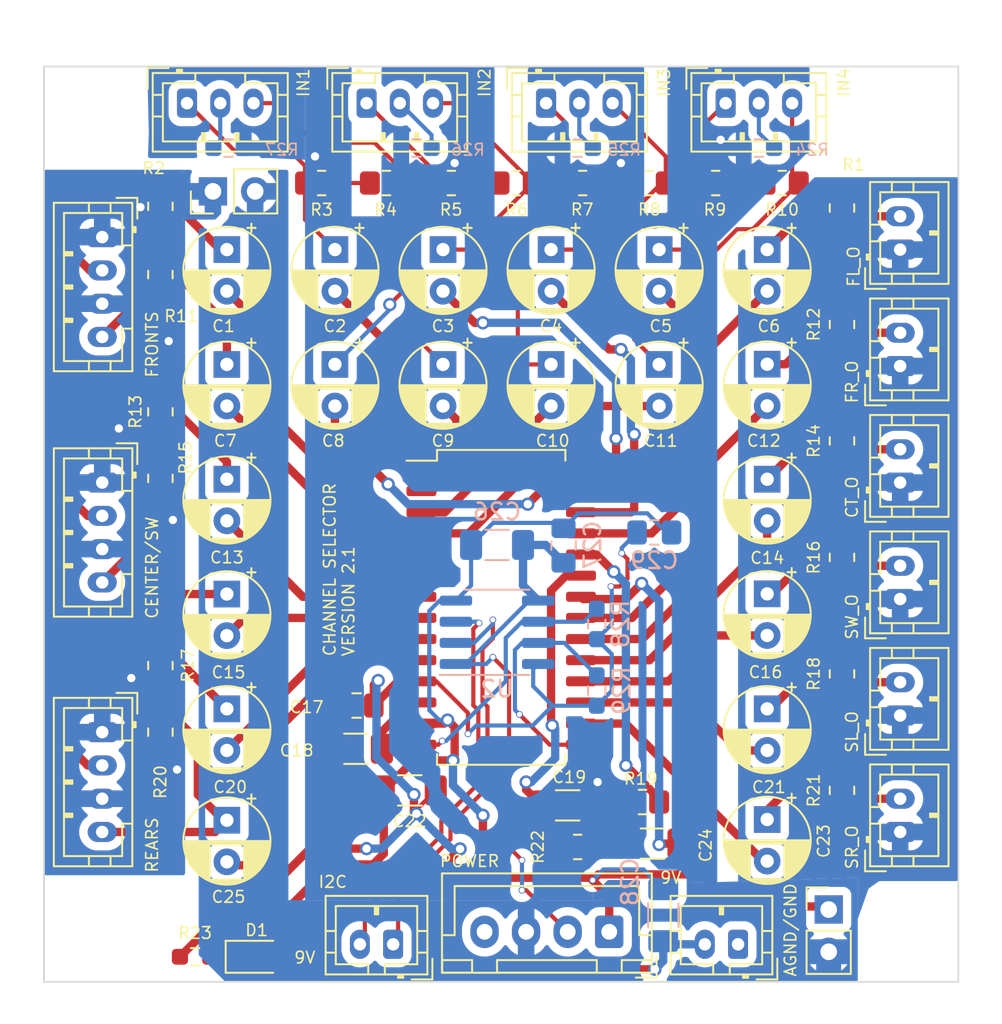
<source format=kicad_pcb>
(kicad_pcb (version 20221018) (generator pcbnew)
  (layers (0 "F.Cu" signal) (31 "B.Cu" signal) (34 "B.Paste" user) (35 "F.Paste" user) (36 "B.SilkS" user "B.Silkscreen") (37 "F.SilkS" user "F.Silkscreen") (38 "B.Mask" user) (39 "F.Mask" user) (44 "Edge.Cuts" user))
  (net 0 "")
  (net 1 "SCL")
  (net 2 "SDA")
  (net 3 "GND")
  (net 4 "FLI")
  (net 5 "FRI")
  (net 6 "CTI")
  (net 7 "SUBI")
  (net 8 "SLI")
  (net 9 "SRI")
  (net 10 "FLO")
  (net 11 "FRO")
  (net 12 "SUBO")
  (net 13 "SLO")
  (net 14 "SRO")
  (net 15 "CTO")
  (net 16 "L1")
  (net 17 "R1")
  (net 18 "L2")
  (net 19 "R2")
  (net 20 "L3")
  (net 21 "R3")
  (net 22 "L4")
  (net 23 "R4")
  (net 24 "Net-(J1-Pin_1)")
  (net 25 "Net-(J2-Pin_1)")
  (net 26 "Net-(U1-VREF)")
  (net 27 "Net-(J11-Pin_2)")
  (net 28 "LPFIN")
  (net 29 "LPFOUT")
  (net 30 "MIX")
  (net 31 "Net-(J13-Pin_2)")
  (net 32 "Net-(J15-Pin_2)")
  (net 33 "Net-(D1-A)")
  (net 34 "5V")
  (net 35 "AGND")
  (net 36 "Net-(J1-Pin_3)")
  (net 37 "Net-(J2-Pin_3)")
  (net 38 "Net-(J3-Pin_3)")
  (net 39 "Net-(J3-Pin_1)")
  (net 40 "Net-(J1-Pin_2)")
  (net 41 "Net-(J2-Pin_2)")
  (net 42 "Net-(J3-Pin_2)")
  (net 43 "5CHGND")
  (net 44 "Net-(J4-Pin_3)")
  (net 45 "Net-(J4-Pin_1)")
  (net 46 "Net-(J17-Pin_2)")
  (net 47 "Net-(C24-Pad2)")
  (net 48 "Net-(J4-Pin_2)")
  (net 49 "DAC_FL")
  (net 50 "Net-(J9-Pin_2)")
  (net 51 "Net-(J7-Pin_2)")
  (net 52 "DAC_FR")
  (net 53 "3V3")
  (net 54 "DAC_CT")
  (net 55 "DAC_SW")
  (net 56 "DAC_RL")
  (net 57 "DAC_RR")
  (net 58 "SDA_9V")
  (net 59 "SCL_9V")
  (net 60 "9V")
  (footprint "Connector_JST:JST_PH_B2B-PH-K_1x02_P2.00mm_Vertical" (layer "F.Cu") (at 133.5 115.75 180)
    (fp_text reference "J19" hide)
    (fp_text value "Conn_01x02_Male")
  )
  (footprint "Capacitor_THT:CP_Radial_D5.0mm_P2.50mm" (layer "F.Cu") (at 156 74 -90)
    (fp_text reference "C6")
    (fp_text value "10U")
  )
  (footprint "Resistor_SMD:R_0805_2012Metric_Pad1.20x1.40mm_HandSolder" (layer "F.Cu") (at 140.9 70 180)
    (fp_text reference "R6")
    (fp_text value "100K")
  )
  (footprint "MountingHole:MountingHole_3.2mm_M3" (layer "F.Cu") (at 165 115.5)
    (fp_text reference "H4" hide)
    (fp_text value "MountingHole")
  )
  (footprint "Resistor_SMD:R_0805_2012Metric_Pad1.20x1.40mm_HandSolder" (layer "F.Cu") (at 133.1 70 180)
    (fp_text reference "R4")
    (fp_text value "100K")
  )
  (footprint "Resistor_SMD:R_0805_2012Metric_Pad1.20x1.40mm_HandSolder" (layer "F.Cu") (at 152.9 70 180)
    (fp_text reference "R9")
    (fp_text value "100K")
  )
  (footprint "Capacitor_THT:CP_Radial_D5.0mm_P2.50mm" (layer "F.Cu") (at 123.5 101.6 -90)
    (fp_text reference "C20")
    (fp_text value "10U")
  )
  (footprint "Connector_JST:JST_PH_B4B-PH-K_1x04_P2.00mm_Vertical" (layer "F.Cu") (at 116 88 -90)
    (fp_text reference "J10" hide)
    (fp_text value "Conn_01x04_Pin")
  )
  (footprint "Connector_JST:JST_PH_B2B-PH-K_1x02_P2.00mm_Vertical" (layer "F.Cu") (at 164 95 90)
    (fp_text reference "J13" hide)
    (fp_text value "CTO")
  )
  (footprint "Capacitor_THT:CP_Radial_D5.0mm_P2.50mm" (layer "F.Cu") (at 143 74 -90)
    (fp_text reference "C4")
    (fp_text value "10U")
  )
  (footprint "Connector_JST:JST_PH_B2B-PH-K_1x02_P2.00mm_Vertical" (layer "F.Cu") (at 164 81 90)
    (fp_text reference "J9" hide)
    (fp_text value "Conn_01x02_Male")
  )
  (footprint "Connector_JST:JST_PH_B3B-PH-K_1x03_P2.00mm_Vertical" (layer "F.Cu") (at 142.7 65.2)
    (fp_text reference "J3" hide)
    (fp_text value "Conn_01x03_Pin")
  )
  (footprint "Resistor_SMD:R_0805_2012Metric_Pad1.20x1.40mm_HandSolder" (layer "F.Cu") (at 148.9 70 180)
    (fp_text reference "R8")
    (fp_text value "100K")
  )
  (footprint "Capacitor_THT:CP_Radial_D5.0mm_P2.50mm" (layer "F.Cu") (at 130 74 -90)
    (fp_text reference "C2")
    (fp_text value "10U")
  )
  (footprint "Capacitor_SMD:C_1206_3216Metric_Pad1.33x1.80mm_HandSolder" (layer "F.Cu") (at 131.2625 104 180)
    (fp_text reference "C18")
    (fp_text value "10U")
  )
  (footprint "Connector_JST:JST_PH_B2B-PH-K_1x02_P2.00mm_Vertical" (layer "F.Cu") (at 164 88 90)
    (fp_text reference "J11" hide)
    (fp_text value "Conn_01x02_Male")
  )
  (footprint "Resistor_SMD:R_0805_2012Metric_Pad1.20x1.40mm_HandSolder" (layer "F.Cu") (at 148.5 107.2 180)
    (fp_text reference "R19")
    (fp_text value "24K")
  )
  (footprint "Connector_JST:JST_PH_B2B-PH-K_1x02_P2.00mm_Vertical" (layer "F.Cu") (at 164 102 90)
    (fp_text reference "J15" hide)
    (fp_text value "Conn_01x02_Male")
  )
  (footprint "Connector_JST:JST_PH_B3B-PH-K_1x03_P2.00mm_Vertical" (layer "F.Cu") (at 131.9 65.2)
    (fp_text reference "J2" hide)
    (fp_text value "Conn_01x03_Pin")
  )
  (footprint "Connector_JST:JST_PH_B3B-PH-K_1x03_P2.00mm_Vertical" (layer "F.Cu") (at 153.5 65.2)
    (fp_text reference "J4" hide)
    (fp_text value "Conn_01x03_Pin")
  )
  (footprint "Connector_JST:JST_PH_B2B-PH-K_1x02_P2.00mm_Vertical" (layer "F.Cu") (at 164 74 90)
    (fp_text reference "J7" hide)
    (fp_text value "Conn_01x02_Male")
  )
  (footprint "Resistor_SMD:R_0805_2012Metric_Pad1.20x1.40mm_HandSolder" (layer "F.Cu") (at 119.5 75.5 -90)
    (fp_text reference "R11")
    (fp_text value "10K")
  )
  (footprint "Resistor_SMD:R_0805_2012Metric_Pad1.20x1.40mm_HandSolder" (layer "F.Cu") (at 160.5 78.5 -90)
    (fp_text reference "R12")
    (fp_text value "100K")
  )
  (footprint "Resistor_SMD:R_0805_2012Metric_Pad1.20x1.40mm_HandSolder" (layer "F.Cu") (at 160.5 71.5 -90)
    (fp_text reference "R1")
    (fp_text value "100K")
  )
  (footprint "Resistor_SMD:R_0805_2012Metric_Pad1.20x1.40mm_HandSolder" (layer "F.Cu") (at 119.5 87.75 -90)
    (fp_text reference "R15")
    (fp_text value "10K")
  )
  (footprint "Resistor_SMD:R_0805_2012Metric_Pad1.20x1.40mm_HandSolder" (layer "F.Cu") (at 160.5 85.5 -90)
    (fp_text reference "R14")
    (fp_text value "100K")
  )
  (footprint "Capacitor_THT:CP_Radial_D5.0mm_P2.50mm" (layer "F.Cu") (at 136.5 74 -90)
    (fp_text reference "C3")
    (fp_text value "10U")
  )
  (footprint "Capacitor_THT:CP_Radial_D5.0mm_P2.50mm" (layer "F.Cu") (at 143 80.9 -90)
    (fp_text reference "C10")
    (fp_text value "10U")
  )
  (footprint "MountingHole:MountingHole_3.2mm_M3" (layer "F.Cu") (at 115 65.5)
    (fp_text reference "H1" hide)
    (fp_text value "MountingHole")
  )
  (footprint "Package_SO:SOIC-28W_7.5x18.7mm_P1.27mm" (layer "F.Cu") (at 140 95.5)
    (fp_text reference "U1" hide)
    (fp_text value "AX2358")
  )
  (footprint "Capacitor_THT:CP_Radial_D5.0mm_P2.50mm" (layer "F.Cu") (at 123.5 94.7 -90)
    (fp_text reference "C15")
    (fp_text value "10U")
  )
  (footprint "Capacitor_THT:CP_Radial_D5.0mm_P2.50mm" (layer "F.Cu") (at 130 80.9 -90)
    (fp_text reference "C8")
    (fp_text value "10U")
  )
  (footprint "Connector_JST:JST_XH_B4B-XH-A_1x04_P2.50mm_Vertical" (layer "F.Cu") (at 146.5 115 180)
    (fp_text reference "J6" hide)
    (fp_text value "Conn_01x04_Pin")
  )
  (footprint "Capacitor_THT:CP_Radial_D5.0mm_P2.50mm" (layer "F.Cu") (at 156 101.6 -90)
    (fp_text reference "C21")
    (fp_text value "10U")
  )
  (footprint "Connector_JST:JST_PH_B4B-PH-K_1x04_P2.00mm_Vertical" (layer "F.Cu") (at 116 103 -90)
    (fp_text reference "J12" hide)
    (fp_text value "Conn_01x04_Pin")
  )
  (footprint "Connector_PinHeader_2.54mm:PinHeader_1x02_P2.54mm_Vertical" (layer "F.Cu") (at 122.66 70.5 90)
    (fp_text reference "J5" hide)
    (fp_text value "Conn_01x02_Pin")
  )
  (footprint "Capacitor_THT:CP_Radial_D5.0mm_P2.50mm" (layer "F.Cu") (at 156 108.25 -90)
    (fp_text reference "C23")
    (fp_text value "10U")
  )
  (footprint "Resistor_SMD:R_0805_2012Metric_Pad1.20x1.40mm_HandSolder" (layer "F.Cu") (at 119.5 99 -90)
    (fp_text reference "R17")
    (fp_text value "10K")
  )
  (footprint "Resistor_SMD:R_0805_2012Metric_Pad1.20x1.40mm_HandSolder" (layer "F.Cu") (at 144.6 109.9 180)
    (fp_text reference "R22")
    (fp_text value "24K")
  )
  (footprint "Capacitor_SMD:C_0805_2012Metric_Pad1.18x1.45mm_HandSolder" (layer "F.Cu") (at 131.3 101.4 180)
    (fp_text reference "C17")
    (fp_text value "0.1U")
  )
  (footprint "Capacitor_THT:CP_Radial_D5.0mm_P2.50mm" (layer "F.Cu") (at 123.5 87.8 -90)
    (fp_text reference "C13")
    (fp_text value "10U")
  )
  (footprint "Capacitor_THT:CP_Radial_D5.0mm_P2.50mm" (layer "F.Cu") (at 156 94.689888 -90)
    (fp_text reference "C16")
    (fp_text value "10U")
  )
  (footprint "Capacitor_THT:CP_Radial_D5.0mm_P2.50mm" (layer "F.Cu") (at 156 80.889888 -90)
    (fp_text reference "C12")
    (fp_text value "10U")
  )
  (footprint "Resistor_SMD:R_0805_2012Metric_Pad1.20x1.40mm_HandSolder" (layer "F.Cu") (at 156.9 70 180)
    (fp_text reference "R10")
    (fp_text value "100K")
  )
  (footprint "Resistor_SMD:R_0805_2012Metric_Pad1.20x1.40mm_HandSolder" (layer "F.Cu") (at 129.2 70 180)
    (fp_text reference "R3")
    (fp_text value "100K")
  )
  (footprint "Connector_JST:JST_PH_B3B-PH-K_1x03_P2.00mm_Vertical" (layer "F.Cu") (at 121.1 65.2)
    (fp_text reference "J1" hide)
    (fp_text value "Conn_01x03_Pin")
  )
  (footprint "Capacitor_THT:CP_Radial_D5.0mm_P2.50mm" (layer "F.Cu") (at 123.5 80.9 -90)
    (fp_text reference "C7")
    (fp_text value "10U")
  )
  (footprint "Capacitor_SMD:C_1206_3216Metric_Pad1.33x1.80mm_HandSolder" (layer "F.Cu") (at 144 107.4 180)
    (fp_text reference "C19")
    (fp_text value "47N C0G")
  )
  (footprint "Capacitor_THT:CP_Radial_D5.0mm_P2.50mm" (layer "F.Cu") (at 149.5 80.9 -90)
    (fp_text reference "C11")
    (fp_text value "10U")
  )
  (footprint "Resistor_SMD:R_0805_2012Metric_Pad1.20x1.40mm_HandSolder" (layer "F.Cu") (at 160.5 106.5 -90)
    (fp_text reference "R21")
    (fp_text value "100K")
  )
  (footprint "Capacitor_THT:CP_Radial_D5.0mm_P2.50mm" (layer "F.Cu") (at 156 87.8 -90)
    (fp_text reference "C14")
    (fp_text value "10U")
  )
  (footprint "Resistor_SMD:R_0805_2012Metric_Pad1.20x1.40mm_HandSolder" (layer "F.Cu") (at 160.5 99.5 -90)
    (fp_text reference "R18")
    (fp_text value "100K")
  )
  (footprint "Resistor_SMD:R_0805_2012Metric_Pad1.20x1.40mm_HandSolder" (layer "F.Cu") (at 119.5 83.75 -90)
    (fp_text reference "R13")
    (fp_text value "10K")
  )
  (footprint "LED_SMD:LED_0805_2012Metric_Pad1.15x1.40mm_HandSolder" (layer "F.Cu") (at 125.2875 116.5)
    (fp_text reference "D1")
    (fp_text value "YELLOW")
  )
  (footprint "Capacitor_THT:CP_Radial_D5.0mm_P2.50mm" (layer "F.Cu") (at 123.5 74 -90)
    (fp_text reference "C1")
    (fp_text value "10U")
  )
  (footprint "Resistor_SMD:R_0805_2012Metric_Pad1.20x1.40mm_HandSolder" (layer "F.Cu") (at 119.5 103 -90)
    (fp_text reference "R20")
    (fp_text value "10K")
  )
  (footprint "Resistor_SMD:R_0603_1608Metric_Pad0.98x0.95mm_HandSolder" (layer "F.Cu") (at 121.5875 116.5)
    (fp_text reference "R23")
    (fp_text value "2K")
  )
  (footprint "MountingHole:MountingHole_3.2mm_M3" (layer "F.Cu") (at 115 115.5)
    (fp_text reference "H3" hide)
    (fp_text value "MountingHole")
  )
  (footprint "Capacitor_SMD:C_1206_3216Metric_Pad1.33x1.80mm_HandSolder" (layer "F.Cu") (at 149.1 109.7 180)
    (fp_text reference "C24")
    (fp_text value "100N C0G")
  )
  (footprint "Capacitor_THT:CP_Radial_D5.0mm_P2.50mm" (layer "F.Cu") (at 123.5 108.294888 -90)
    (fp_text reference "C25")
    (fp_text value "10U")
  )
  (footprint "MountingHole:MountingHole_3.2mm_M3" (layer "F.Cu") (at 165 65.5)
    (fp_text reference "H2" hide)
    (fp_text value "MountingHole")
  )
  (footprint "Connector_JST:JST_PH_B2B-PH-K_1x02_P2.00mm_Vertical" (layer "F.Cu") (at 164 109 90)
    (fp_text reference "J17" hide)
    (fp_text value "Conn_01x02_Male")
  )
  (footprint "Connector_JST:JST_PH_B2B-PH-K_1x02_P2.00mm_Vertical" (layer "F.Cu") (at 154.25 115.75 180)
    (fp_text reference "J14" hide)
    (fp_text value "Conn_01x02_Male")
  )
  (footprint "Resistor_SMD:R_0805_2012Metric_Pad1.20x1.40mm_HandSolder" (layer "F.Cu") (at 160.5 92.5 -90)
    (fp_text reference "R16")
    (fp_text value "100K")
  )
  (footprint "Connector_PinHeader_2.54mm:PinHeader_1x02_P2.54mm_Vertical" (layer "F.Cu") (at 159.7 113.66)
    (fp_text reference "J18" hide)
    (fp_text value "Conn_01x02_Socket")
  )
  (footprint "Resistor_SMD:R_0805_2012Metric_Pad1.20x1.40mm_HandSolder" (layer "F.Cu") (at 137 70 180)
    (fp_text reference "R5")
    (fp_text value "100K")
  )
  (footprint "Capacitor_THT:CP_Radial_D5.0mm_P2.50mm" (layer "F.Cu") (at 136.5 80.9 -90)
    (fp_text reference "C9")
    (fp_text value "10U")
  )
  (footprint "Connector_JST:JST_PH_B4B-PH-K_1x04_P2.00mm_Vertical" (layer "F.Cu") (at 116 73.25 -90)
    (fp_text reference "J8" hide)
    (fp_text value "Conn_01x04_Pin")
  )
  (footprint "Resistor_SMD:R_0805_2012Metric_Pad1.20x1.40mm_HandSolder" (layer "F.Cu") (at 144.9 70 180)
    (fp_text reference "R7")
    (fp_text value "100K")
  )
  (footprint "Capacitor_SMD:C_1206_3216Metric_Pad1.33x1.80mm_HandSolder" (layer "F.Cu") (at 134.5 106.5 180)
    (fp_text reference "C22")
    (fp_text value "10U")
  )
  (footprint "Capacitor_THT:CP_Radial_D5.0mm_P2.50mm" (layer "F.Cu") (at 149.5 74 -90)
    (fp_text reference "C5")
    (fp_text value "10U")
  )
  (footprint "Resistor_SMD:R_0805_2012Metric_Pad1.20x1.40mm_HandSolder" (layer "F.Cu") (at 119.5 71.4 -90)
    (fp_text reference "R2")
    (fp_text value "10K")
  )
  (footprint "Resistor_SMD:R_0603_1608Metric_Pad0.98x0.95mm_HandSolder" (layer "B.Cu") (at 155.5 67.9)
    (fp_text reference "R24")
    (fp_text value "15R")
  )
  (footprint "Package_SO:SOIC-8_3.9x4.9mm_P1.27mm" (layer "B.Cu") (at 139.75 97)
    (fp_text reference "U2")
    (fp_text value "TCA9517DR")
  )
  (footprint "Capacitor_SMD:C_1206_3216Metric_Pad1.33x1.80mm_HandSolder" (layer "B.Cu") (at 149.75 114 -90)
    (fp_text reference "C28")
    (fp_text value "10U")
  )
  (footprint "Resistor_SMD:R_0603_1608Metric_Pad0.98x0.95mm_HandSolder" (layer "B.Cu") (at 145.75 96.5 90)
    (fp_text reference "R28")
    (fp_text value "4.7K")
  )
  (footprint "Resistor_SMD:R_0603_1608Metric_Pad0.98x0.95mm_HandSolder" (layer "B.Cu") (at 134.9 67.9)
    (fp_text reference "R26")
    (fp_text value "15R")
  )
  (footprint "Resistor_SMD:R_0603_1608Metric_Pad0.98x0.95mm_HandSolder" (layer "B.Cu") (at 144.6 67.9)
    (fp_text reference "R25")
    (fp_text value "15R")
  )
  (footprint "Resistor_SMD:R_0603_1608Metric_Pad0.98x0.95mm_HandSolder" (layer "B.Cu") (at 145.75 100.5 -90)
    (fp_text reference "R29")
    (fp_text value "4.7K")
  )
  (footprint "Capacitor_SMD:C_0805_2012Metric_Pad1.18x1.45mm_HandSolder" (layer "B.Cu") (at 143.75 91.7875 -90)
    (fp_text reference "C27")
    (fp_text value "0.1U")
  )
  (footprint "Capacitor_SMD:C_0805_2012Metric_Pad1.18x1.45mm_HandSolder" (layer "B.Cu") (at 149.2125 91)
    (fp_text reference "C29")
    (fp_text value "0.1U")
  )
  (footprint "Resistor_SMD:R_0603_1608Metric_Pad0.98x0.95mm_HandSolder" (layer "B.Cu") (at 123.6 67.9 180)
    (fp_text reference "R27")
    (fp_text value "15R")
  )
  (footprint "Capacitor_SMD:C_1206_3216Metric_Pad1.33x1.80mm_HandSolder" (layer "B.Cu") (at 139.75 91.75)
    (fp_text reference "C26")
    (fp_text value "10U")
  )
  (gr_line (start 112.5 118) (end 167.5 118) (stroke (width 0.1)) (layer "Edge.Cuts"))
  (gr_line (start 112.5 63) (end 112.5 118) (stroke (width 0.1)) (layer "Edge.Cuts"))
  (gr_line (start 167.5 63) (end 167.5 118) (stroke (width 0.1)) (layer "Edge.Cuts"))
  (gr_line (start 167.5 63) (end 112.5 63) (stroke (width 0.1)) (layer "Edge.Cuts"))
  (gr_text "SL_O" (at 161.1 104.3 90) (layer "F.SilkS") (effects (font (size 0.7 0.7) (thickness 0.1)) (justify left)))
  (gr_text "FRONTS" (at 119 81.75 90) (layer "F.SilkS") (effects (font (size 0.7 0.7) (thickness 0.1)) (justify left)))
  (gr_text "SW_O" (at 161.1 97.5 90) (layer "F.SilkS") (effects (font (size 0.7 0.7) (thickness 0.1)) (justify left)))
  (gr_text "POWER" (at 136.25 110.75) (layer "F.SilkS") (effects (font (size 0.7 0.7) (thickness 0.1)) (justify left)))
  (gr_text "9V" (at 127.4875 116.55) (layer "F.SilkS") (effects (font (size 0.7 0.7) (thickness 0.1)) (justify left)))
  (gr_text "CHANNEL SELECTOR\nVERSION 2.1" (at 130.25 98.5 90) (layer "F.SilkS") (effects (font (size 0.7 0.7) (thickness 0.1)) (justify left)))
  (gr_text "IN4" (at 160.6 64.9 90) (layer "F.SilkS") (effects (font (size 0.7 0.7) (thickness 0.1)) (justify left)))
  (gr_text "SR_O\n" (at 161.1 111.3 90) (layer "F.SilkS") (effects (font (size 0.7 0.7) (thickness 0.1)) (justify left)))
  (gr_text "IN1\n" (at 128.1 64.9 90) (layer "F.SilkS") (effects (font (size 0.7 0.7) (thickness 0.1)) (justify left)))
  (gr_text "IN3" (at 149.8 64.9 90) (layer "F.SilkS") (effects (font (size 0.7 0.7) (thickness 0.1)) (justify left)))
  (gr_text "I2C" (at 128.95 112) (layer "F.SilkS") (effects (font (size 0.7 0.7) (thickness 0.1)) (justify left)))
  (gr_text "IN2" (at 139 64.9 90) (layer "F.SilkS") (effects (font (size 0.7 0.7) (thickness 0.1)) (justify left)))
  (gr_text "CENTER/SW" (at 119 96.25 90) (layer "F.SilkS") (effects (font (size 0.7 0.7) (thickness 0.1)) (justify left)))
  (gr_text "CT_O" (at 161.1 90.2 90) (layer "F.SilkS") (effects (font (size 0.7 0.7) (thickness 0.1)) (justify left)))
  (gr_text "AGND/GND" (at 157.4 117.75 90) (layer "F.SilkS") (effects (font (size 0.7 0.7) (thickness 0.1)) (justify left)))
  (gr_text "REARS" (at 119 111.5 90) (layer "F.SilkS") (effects (font (size 0.7 0.7) (thickness 0.1)) (justify left)))
  (gr_text "9V" (at 149.5 111.75) (layer "F.SilkS") (effects (font (size 0.7 0.7) (thickness 0.1)) (justify left)))
  (gr_text "FL_O" (at 161.2 76.3 90) (layer "F.SilkS") (effects (font (size 0.7 0.7) (thickness 0.1)) (justify left)))
  (gr_text "FR_O" (at 161.1 83.3 90) (layer "F.SilkS") (effects (font (size 0.7 0.7) (thickness 0.1)) (justify left)))
  (segment (start 139.175 106.324999) (end 139.175 101.464365) (width 0.25) (layer "F.Cu") (net 1))
  (segment (start 139.5 97.366116) (end 139.5 96.25) (width 0.25) (layer "F.Cu") (net 1))
  (segment (start 138.875 97.991116) (end 139.5 97.366116) (width 0.25) (layer "F.Cu") (net 1))
  (segment (start 133.8 115.75) (end 133.8 112.577817) (width 0.25) (layer "F.Cu") (net 1))
  (segment (start 138.875 101.164365) (end 138.875 97.991116) (width 0.25) (layer "F.Cu") (net 1))
  (segment (start 136.95 109.427817) (end 136.95 108.55) (width 0.25) (layer "F.Cu") (net 1))
  (segment (start 139.175 101.464365) (end 138.875 101.164365) (width 0.25) (layer "F.Cu") (net 1))
  (segment (start 133.8 112.577817) (end 136.95 109.427817) (width 0.25) (layer "F.Cu") (net 1))
  (segment (start 136.95 108.55) (end 139.175 106.324999) (width 0.25) (layer "F.Cu") (net 1))
  (via (at 139.5 96.25) (size 0.4) (drill 0.3) (layers "F.Cu" "B.Cu") (net 1))
  (segment (start 138.364999 97.635) (end 137.275 97.635) (width 0.25) (layer "B.Cu") (net 1))
  (segment (start 139.5 96.499999) (end 138.364999 97.635) (width 0.25) (layer "B.Cu") (net 1))
  (segment (start 139.5 96.25) (end 139.5 96.499999) (width 0.25) (layer "B.Cu") (net 1))
  (segment (start 136.4 109.2) (end 136.4 108.322182) (width 0.25) (layer "F.Cu") (net 2))
  (segment (start 138.325 101.392183) (end 138.325 96.791115) (width 0.25) (layer "F.Cu") (net 2))
  (segment (start 138.625 101.692183) (end 138.325 101.392183) (width 0.25) (layer "F.Cu") (net 2))
  (segment (start 136.4 108.322182) (end 138.625 106.097182) (width 0.25) (layer "F.Cu") (net 2))
  (segment (start 131.8 113.8) (end 136.4 109.2) (width 0.25) (layer "F.Cu") (net 2))
  (segment (start 131.8 115.75) (end 131.8 113.8) (width 0.25) (layer "F.Cu") (net 2))
  (segment (start 138.325 96.791115) (end 138.668303 96.447812) (width 0.25) (layer "F.Cu") (net 2))
  (segment (start 138.625 106.097182) (end 138.625 101.692183) (width 0.25) (layer "F.Cu") (net 2))
  (via (at 138.668303 96.447812) (size 0.4) (drill 0.3) (layers "F.Cu" "B.Cu") (net 2))
  (segment (start 138.585491 96.365) (end 138.668303 96.447812) (width 0.25) (layer "B.Cu") (net 2))
  (segment (start 137.275 96.365) (end 138.585491 96.365) (width 0.25) (layer "B.Cu") (net 2))
  (segment (start 132.9375 110.306003) (end 132.9375 106.5) (width 0.5) (layer "F.Cu") (net 3))
  (segment (start 124.2625 116.5) (end 129.8125 110.95) (width 0.5) (layer "F.Cu") (net 3))
  (segment (start 137.2 102.70152) (end 136.774203 102.275723) (width 0.5) (layer "F.Cu") (net 3))
  (segment (start 137.2 104.6) (end 137.2 102.70152) (width 0.5) (layer "F.Cu") (net 3))
  (segment (start 145.5 111.9) (end 145.35 111.75) (width 0.5) (layer "F.Cu") (net 3))
  (segment (start 136.564926 102.485) (end 136.774203 102.275723) (width 0.5) (layer "F.Cu") (net 3))
  (segment (start 132.9375 106.5) (end 134.7375 104.7) (width 0.5) (layer "F.Cu") (net 3))
  (segment (start 129.7 104) (end 130.4375 104) (width 0.5) (layer "F.Cu") (net 3))
  (segment (start 146.5 112.9) (end 146.5 115) (width 0.5) (layer "F.Cu") (net 3))
  (segment (start 135.2 102.485) (end 136.564926 102.485) (width 0.5) (layer "F.Cu") (net 3))
  (segment (start 145.5 111.9) (end 146.5 112.9) (width 0.5) (layer "F.Cu") (net 3))
  (segment (start 137.1 104.7) (end 137.2 104.6) (width 0.5) (layer "F.Cu") (net 3))
  (segment (start 145.5 111.9) (end 145.85 111.55) (width 0.5) (layer "F.Cu") (net 3))
  (segment (start 134.7375 104.7) (end 137.1 104.7) (width 0.5) (layer "F.Cu") (net 3))
  (segment (start 132.293503 110.95) (end 132.9375 110.306003) (width 0.5) (layer "F.Cu") (net 3))
  (segment (start 145.85 111.55) (end 152.110661 111.55) (width 0.5) (layer "F.Cu") (net 3))
  (segment (start 145.35 111.75) (end 138.9 111.75) (width 0.5) (layer "F.Cu") (net 3))
  (segment (start 138.9 108) (end 138.9 111.75) (width 0.5) (layer "F.Cu") (net 3))
  (segment (start 154.035661 113.475) (end 159.75 113.475) (width 0.5) (layer "F.Cu") (net 3))
  (segment (start 130.4375 104) (end 132.9375 106.5) (width 0.5) (layer "F.Cu") (net 3))
  (segment (start 130.3625 101.9) (end 129.7 102.5625) (width 0.5) (layer "F.Cu") (net 3))
  (segment (start 152.110661 111.55) (end 154.035661 113.475) (width 0.5) (layer "F.Cu") (net 3))
  (segment (start 129.7 102.5625) (end 129.7 105) (width 0.5) (layer "F.Cu") (net 3))
  (segment (start 129.8125 110.95) (end 132.293503 110.95) (width 0.5) (layer "F.Cu") (net 3))
  (via (at 138.9 108) (size 0.8) (drill 0.5) (layers "F.Cu" "B.Cu") (net 3))
  (via (at 137.1 104.7) (size 0.8) (drill 0.5) (layers "F.Cu" "B.Cu") (net 3))
  (via (at 145.5 111.9) (size 0.4) (drill 0.3) (layers "F.Cu" "B.Cu") (net 3))
  (via (at 136.774203 102.275723) (size 0.8) (drill 0.5) (layers "F.Cu" "B.Cu") (net 3))
  (segment (start 139.5125 90.425) (end 138.1875 91.75) (width 0.25) (layer "B.Cu") (net 3))
  (segment (start 137.275 95.095) (end 136.3 95.095) (width 0.25) (layer "B.Cu") (net 3))
  (segment (start 146.15 111.25) (end 145.5 111.9) (width 0.25) (layer "B.Cu") (net 3))
  (segment (start 136.749926 102.3) (end 136.774203 102.275723) (width 0.5) (layer "B.Cu") (net 3))
  (segment (start 138.1875 94.1825) (end 138.1875 91.75) (width 0.25) (layer "B.Cu") (net 3))
  (segment (start 148.5625 111.25) (end 146.15 111.25) (width 0.25) (layer "B.Cu") (net 3))
  (segment (start 137.1 106.2) (end 138.9 108) (width 0.5) (layer "B.Cu") (net 3))
  (segment (start 136.3 95.095) (end 135.675 95.72) (width 0.25) (layer "B.Cu") (net 3))
  (segment (start 148.792096 89.85) (end 144.65 89.85) (width 0.25) (layer "B.Cu") (net 3))
  (segment (start 143.425 90.425) (end 139.5125 90.425) (width 0.25) (layer "B.Cu") (net 3))
  (segment (start 136.275723 102.275723) (end 136.774203 102.275723) (width 0.25) (layer "B.Cu") (net 3))
  (segment (start 137.275 95.095) (end 138.1875 94.1825) (width 0.25) (layer "B.Cu") (net 3))
  (segment (start 149.942096 91) (end 148.792096 89.85) (width 0.25) (layer "B.Cu") (net 3))
  (segment (start 135.675 95.72) (end 135.675 101.675) (width 0.25) (layer "B.Cu") (net 3))
  (segment (start 135.675 101.675) (end 136.275723 102.275723) (width 0.25) (layer "B.Cu") (net 3))
  (segment (start 149.75 112.4375) (end 148.5625 111.25) (width 0.25) (layer "B.Cu") (net 3))
  (segment (start 136.61967 102.3) (end 136.749926 102.3) (width 0.5) (layer "B.Cu") (net 3))
  (segment (start 144.65 89.85) (end 143.75 90.75) (width 0.25) (layer "B.Cu") (net 3))
  (segment (start 137.1 104.7) (end 137.1 106.2) (width 0.5) (layer "B.Cu") (net 3))
  (segment (start 126.9 79.9) (end 123.5 76.5) (width 0.5) (layer "F.Cu") (net 4))
  (segment (start 126.9 84.644949) (end 126.9 79.9) (width 0.5) (layer "F.Cu") (net 4))
  (segment (start 134.580051 92.325) (end 126.9 84.644949) (width 0.5) (layer "F.Cu") (net 4))
  (segment (start 135.2 93.595) (end 133.695 93.595) (width 0.5) (layer "F.Cu") (net 5))
  (segment (start 133.695 93.595) (end 123.5 83.4) (width 0.5) (layer "F.Cu") (net 5))
  (segment (start 128.065 94.865) (end 123.5 90.3) (width 0.5) (layer "F.Cu") (net 6))
  (segment (start 135.2 94.865) (end 128.065 94.865) (width 0.5) (layer "F.Cu") (net 6))
  (segment (start 124.565 96.135) (end 123.5 97.2) (width 0.5) (layer "F.Cu") (net 7))
  (segment (start 135.2 96.135) (end 124.565 96.135) (width 0.5) (layer "F.Cu") (net 7))
  (segment (start 135.2 97.405) (end 130.195 97.405) (width 0.5) (layer "F.Cu") (net 8))
  (segment (start 130.195 97.405) (end 123.5 104.1) (width 0.5) (layer "F.Cu") (net 8))
  (segment (start 130.725 98.675) (end 126.4 103) (width 0.5) (layer "F.Cu") (net 9))
  (segment (start 125.4 111) (end 123.5 111) (width 0.5) (layer "F.Cu") (net 9))
  (segment (start 135.2 98.675) (end 130.725 98.675) (width 0.5) (layer "F.Cu") (net 9))
  (segment (start 126.4 103) (end 126.4 110) (width 0.5) (layer "F.Cu") (net 9))
  (segment (start 126.4 110) (end 125.4 111) (width 0.5) (layer "F.Cu") (net 9))
  (segment (start 147.865 96.135) (end 144.8 96.135) (width 0.5) (layer "F.Cu") (net 10))
  (segment (start 151.900499 92.099501) (end 147.865 96.135) (width 0.5) (layer "F.Cu") (net 10))
  (segment (start 151.900499 80.599501) (end 151.900499 92.099501) (width 0.5) (layer "F.Cu") (net 10))
  (segment (start 156 76.5) (end 151.900499 80.599501) (width 0.5) (layer "F.Cu") (net 10))
  (segment (start 152.7 86.689888) (end 152.7 93.2) (width 0.5) (layer "F.Cu") (net 11))
  (segment (start 148.495 97.405) (end 144.8 97.405) (width 0.5) (layer "F.Cu") (net 11))
  (segment (start 152.7 93.2) (end 148.495 97.405) (width 0.5) (layer "F.Cu") (net 11))
  (segment (start 156 83.389888) (end 152.7 86.689888) (width 0.5) (layer "F.Cu") (net 11))
  (segment (start 152.810112 97.189888) (end 150.055 99.945) (width 0.5) (layer "F.Cu") (net 12))
  (segment (start 150.055 99.945) (end 144.8 99.945) (width 0.5) (layer "F.Cu") (net 12))
  (segment (start 156 97.189888) (end 152.810112 97.189888) (width 0.5) (layer "F.Cu") (net 12))
  (segment (start 154.3 104.1) (end 151.415 101.215) (width 0.5) (layer "F.Cu") (net 13))
  (segment (start 151.415 101.215) (end 144.8 101.215) (width 0.5) (layer "F.Cu") (net 13))
  (segment (start 156 104.1) (end 154.3 104.1) (width 0.5) (layer "F.Cu") (net 13))
  (segment (start 147.49419 102.485) (end 144.8 102.485) (width 0.5) (layer "F.Cu") (net 14))
  (segment (start 156 110.99081) (end 147.49419 102.485) (width 0.5) (layer "F.Cu") (net 14))
  (segment (start 156 91.6) (end 156 90.3) (width 0.5) (layer "F.Cu") (net 15))
  (segment (start 144.8 98.675) (end 148.925 98.675) (width 0.5) (layer "F.Cu") (net 15))
  (segment (start 148.925 98.675) (end 156 91.6) (width 0.5) (layer "F.Cu") (net 15))
  (segment (start 135.2 87.245) (end 133.5 85.545) (width 0.5) (layer "F.Cu") (net 16))
  (segment (start 133.5 85.545) (end 133.5 80) (width 0.5) (layer "F.Cu") (net 16))
  (segment (start 133.5 80) (end 130 76.5) (width 0.5) (layer "F.Cu") (net 16))
  (segment (start 130 84.9) (end 130 83.4) (width 0.5) (layer "F.Cu") (net 17))
  (segment (start 144.8 87.245) (end 143.655 87.245) (width 0.5) (layer "F.Cu") (net 17))
  (segment (start 133.2 88.1) (end 130 84.9) (width 0.5) (layer "F.Cu") (net 17))
  (segment (start 143.655 87.245) (end 141.6 89.3) (width 0.5) (layer "F.Cu") (net 17))
  (via (at 133.2 88.1) (size 0.8) (drill 0.5) (layers "F.Cu" "B.Cu") (net 17))
  (via (at 141.6 89.3) (size 0.8) (drill 0.5) (layers "F.Cu" "B.Cu") (net 17))
  (segment (start 134.4 89.3) (end 133.2 88.1) (width 0.5) (layer "B.Cu") (net 17))
  (segment (start 141.6 89.3) (end 134.4 89.3) (width 0.5) (layer "B.Cu") (net 17))
  (segment (start 137.299999 84.199999) (end 137.299999 87.03495) (width 0.5) (layer "F.Cu") (net 18))
  (segment (start 137.299999 87.03495) (end 135.819949 88.515) (width 0.5) (layer "F.Cu") (net 18))
  (segment (start 136.5 83.4) (end 137.299999 84.199999) (width 0.5) (layer "F.Cu") (net 18))
  (segment (start 138.4 78.4) (end 136.5 76.5) (width 0.5) (layer "F.Cu") (net 19))
  (segment (start 145.419949 88.515) (end 146.911031 87.023918) (width 0.5) (layer "F.Cu") (net 19))
  (segment (start 146.911031 87.023918) (end 146.911031 85.353356) (width 0.5) (layer "F.Cu") (net 19))
  (segment (start 138.9 78.4) (end 138.4 78.4) (width 0.5) (layer "F.Cu") (net 19))
  (via (at 146.911031 85.353356) (size 0.8) (drill 0.5) (layers "F.Cu" "B.Cu") (net 19))
  (via (at 138.9 78.4) (size 0.8) (drill 0.5) (layers "F.Cu" "B.Cu") (net 19))
  (segment (start 138.9 78.4) (end 143.4 78.4) (width 0.5) (layer "B.Cu") (net 19))
  (segment (start 146.911031 81.911031) (end 146.911031 85.353356) (width 0.5) (layer "B.Cu") (net 19))
  (segment (start 143.4 78.4) (end 146.911031 81.911031) (width 0.5) (layer "B.Cu") (net 19))
  (segment (start 135.2 89.785) (end 136.615 89.785) (width 0.5) (layer "F.Cu") (net 20))
  (segment (start 136.615 89.785) (end 143 83.4) (width 0.5) (layer "F.Cu") (net 20))
  (segment (start 147.2 80) (end 146.5 80) (width 0.5) (layer "F.Cu") (net 21))
  (segment (start 148 89.6) (end 148 85.1) (width 0.5) (layer "F.Cu") (net 21))
  (segment (start 147.815 89.785) (end 148 89.6) (width 0.5) (layer "F.Cu") (net 21))
  (segment (start 144.8 89.785) (end 147.815 89.785) (width 0.5) (layer "F.Cu") (net 21))
  (segment (start 146.5 80) (end 143 76.5) (width 0.5) (layer "F.Cu") (net 21))
  (via (at 147.2 80) (size 0.8) (drill 0.5) (layers "F.Cu" "B.Cu") (net 21))
  (via (at 148 85.1) (size 0.8) (drill 0.5) (layers "F.Cu" "B.Cu") (net 21))
  (segment (start 147.2 80) (end 147.8 80.6) (width 0.5) (layer "B.Cu") (net 21))
  (segment (start 147.8 80.6) (end 147.8 84.9) (width 0.5) (layer "B.Cu") (net 21))
  (segment (start 147.8 84.9) (end 148 85.1) (width 0.5) (layer "B.Cu") (net 21))
  (segment (start 135.2 91.055) (end 138.045 91.055) (width 0.5) (layer "F.Cu") (net 22))
  (segment (start 138.045 91.055) (end 145.7 83.4) (width 0.5) (layer "F.Cu") (net 22))
  (segment (start 145.7 83.4) (end 149.5 83.4) (width 0.5) (layer "F.Cu") (net 22))
  (segment (start 149.5 76.5) (end 151.100998 78.100998) (width 0.5) (layer "F.Cu") (net 23))
  (segment (start 149.045 91.055) (end 144.8 91.055) (width 0.5) (layer "F.Cu") (net 23))
  (segment (start 151.100998 78.100998) (end 151.100998 88.999002) (width 0.5) (layer "F.Cu") (net 23))
  (segment (start 151.100998 88.999002) (end 149.045 91.055) (width 0.5) (layer "F.Cu") (net 23))
  (segment (start 128.2 70) (end 128.2 72.2) (width 0.25) (layer "F.Cu") (net 24))
  (segment (start 124 68.1) (end 121.1 65.2) (width 0.25) (layer "F.Cu") (net 24))
  (segment (start 128.2 70) (end 128.2 68.966727) (width 0.25) (layer "F.Cu") (net 24))
  (segment (start 127.333273 68.1) (end 124 68.1) (width 0.25) (layer "F.Cu") (net 24))
  (segment (start 128.2 72.2) (end 130 74) (width 0.25) (layer "F.Cu") (net 24))
  (segment (start 128.2 68.966727) (end 127.333273 68.1) (width 0.25) (layer "F.Cu") (net 24))
  (segment (start 136 69.3) (end 131.9 65.2) (width 0.25) (layer "F.Cu") (net 25))
  (segment (start 134.8 71.2) (end 136 70) (width 0.25) (layer "F.Cu") (net 25))
  (segment (start 136.5 80.9) (end 134.8 79.2) (width 0.25) (layer "F.Cu") (net 25))
  (segment (start 134.8 79.2) (end 134.8 71.2) (width 0.25) (layer "F.Cu") (net 25))
  (segment (start 136 70) (end 136 69.3) (width 0.25) (layer "F.Cu") (net 25))
  (segment (start 134.580051 101.215) (end 132.825 102.970051) (width 0.5) (layer "F.Cu") (net 26))
  (segment (start 132.825 102.970051) (end 132.825 104) (width 0.5) (layer "F.Cu") (net 26))
  (segment (start 162 86) (end 160.5 84.5) (width 0.5) (layer "F.Cu") (net 27))
  (segment (start 164 86) (end 162 86) (width 0.5) (layer "F.Cu") (net 27))
  (segment (start 156 87.8) (end 159.3 84.5) (width 0.5) (layer "F.Cu") (net 27))
  (segment (start 159.3 84.5) (end 160.5 84.5) (width 0.5) (layer "F.Cu") (net 27))
  (segment (start 143.7 108.6625) (end 142.9375 107.9) (width 0.5) (layer "F.Cu") (net 28))
  (segment (start 143.9 93.595) (end 143 94.495) (width 0.5) (layer "F.Cu") (net 28))
  (segment (start 143 94.495) (end 143 102.530811) (width 0.5) (layer "F.Cu") (net 28))
  (segment (start 142.9375 107.9) (end 142.3375 107.9) (width 0.5) (layer "F.Cu") (net 28))
  (segment (start 143 102.530811) (end 143.067958 102.598769) (width 0.5) (layer "F.Cu") (net 28))
  (segment (start 143.7 109.9) (end 143.7 108.6625) (width 0.5) (layer "F.Cu") (net 28))
  (segment (start 141.5 106) (end 141.5 106.4625) (width 0.5) (layer "F.Cu") (net 28))
  (segment (start 144.8 93.595) (end 143.9 93.595) (width 0.5) (layer "F.Cu") (net 28))
  (segment (start 141.5 106.4625) (end 142.4375 107.4) (width 0.5) (layer "F.Cu") (net 28))
  (via (at 143.067958 102.598769) (size 0.8) (drill 0.5) (layers "F.Cu" "B.Cu") (net 28))
  (via (at 141.5 106) (size 0.8) (drill 0.5) (layers "F.Cu" "B.Cu") (net 28))
  (segment (start 143.25 104.560661) (end 143.25 102.780811) (width 0.5) (layer "B.Cu") (net 28))
  (segment (start 141.810661 106) (end 143.25 104.560661) (width 0.5) (layer "B.Cu") (net 28))
  (segment (start 141.5 106) (end 141.810661 106) (width 0.5) (layer "B.Cu") (net 28))
  (segment (start 143.25 102.780811) (end 143.067958 102.598769) (width 0.5) (layer "B.Cu") (net 28))
  (segment (start 144.935 95) (end 147.511433 95) (width 0.5) (layer "F.Cu") (net 29))
  (segment (start 149.55 109.7) (end 149.5 109.75) (width 0.5) (layer "F.Cu") (net 29))
  (segment (start 144.8 94.865) (end 144.935 95) (width 0.5) (layer "F.Cu") (net 29))
  (segment (start 150.6625 109.7) (end 149.55 109.7) (width 0.5) (layer "F.Cu") (net 29))
  (segment (start 147.511433 95) (end 148.449521 94.061912) (width 0.5) (layer "F.Cu") (net 29))
  (via (at 149.5 109.75) (size 0.8) (drill 0.5) (layers "F.Cu" "B.Cu") (net 29))
  (via (at 148.449521 94.061912) (size 0.8) (drill 0.5) (layers "F.Cu" "B.Cu") (net 29))
  (segment (start 149.5 95.112391) (end 148.449521 94.061912) (width 0.5) (layer "B.Cu") (net 29))
  (segment (start 149.5 109.75) (end 149.5 95.112391) (width 0.5) (layer "B.Cu") (net 29))
  (segment (start 149.5 107) (end 147.5 105) (width 0.5) (layer "F.Cu") (net 30))
  (segment (start 145.732899 92.325) (end 146.772948 93.365049) (width 0.5) (layer "F.Cu") (net 30))
  (segment (start 144.8 92.325) (end 145.732899 92.325) (width 0.5) (layer "F.Cu") (net 30))
  (via (at 146.772948 93.365049) (size 0.8) (drill 0.5) (layers "F.Cu" "B.Cu") (net 30))
  (via (at 147.5 105) (size 0.8) (drill 0.5) (layers "F.Cu" "B.Cu") (net 30))
  (segment (start 147.5 94.087617) (end 146.777432 93.365049) (width 0.5) (layer "B.Cu") (net 30))
  (segment (start 146.777432 93.365049) (end 146.772948 93.365049) (width 0.5) (layer "B.Cu") (net 30))
  (segment (start 147.5 105) (end 147.5 94.087617) (width 0.5) (layer "B.Cu") (net 30))
  (segment (start 164 93) (end 162 93) (width 0.5) (layer "F.Cu") (net 31))
  (segment (start 156.310112 94.689888) (end 159.5 91.5) (width 0.5) (layer "F.Cu") (net 31))
  (segment (start 162 93) (end 160.5 91.5) (width 0.5) (layer "F.Cu") (net 31))
  (segment (start 159.5 91.5) (end 160.5 91.5) (width 0.5) (layer "F.Cu") (net 31))
  (segment (start 159.3 98.5) (end 160.5 98.5) (width 0.5) (layer "F.Cu") (net 32))
  (segment (start 156.2 101.6) (end 159.3 98.5) (width 0.5) (layer "F.Cu") (net 32))
  (segment (start 164 100) (end 162 100) (width 0.5) (layer "F.Cu") (net 32))
  (segment (start 162 100) (end 160.5 98.5) (width 0.5) (layer "F.Cu") (net 32))
  (segment (start 123.606128 117.75) (end 122.5 116.643872) (width 0.5) (layer "F.Cu") (net 33))
  (segment (start 124.918872 117.75) (end 123.606128 117.75) (width 0.5) (layer "F.Cu") (net 33))
  (segment (start 126.168872 116.5) (end 124.918872 117.75) (width 0.5) (layer "F.Cu") (net 33))
  (segment (start 162 109) (end 160.5 107.5) (width 0.5) (layer "F.Cu") (net 35))
  (segment (start 164 102) (end 162 102) (width 0.5) (layer "F.Cu") (net 35))
  (segment (start 137.8 68.8) (end 137.2 68.8) (width 0.25) (layer "F.Cu") (net 35))
  (segment (start 145.9 70) (end 146.9 70) (width 0.25) (layer "F.Cu") (net 35))
  (segment (start 154.9 70) (end 155.9 70) (width 0.25) (layer "F.Cu") (net 35))
  (segment (start 146.9 70) (end 146.9 69.1) (width 0.25) (layer "F.Cu") (net 35))
  (segment (start 139 70) (end 138 70) (width 0.25) (layer "F.Cu") (net 35))
  (segment (start 146.9 69.1) (end 147.2 68.8) (width 0.25) (layer "F.Cu") (net 35))
  (segment (start 162 74) (end 160.5 72.5) (width 0.5) (layer "F.Cu") (net 35))
  (segment (start 162 81) (end 160.5 79.5) (width 0.5) (layer "F.Cu") (net 35))
  (segment (start 162 88) (end 160.5 86.5) (width 0.5) (layer "F.Cu") (net 35))
  (segment (start 162 95) (end 160.5 93.5) (width 0.5) (layer "F.Cu") (net 35))
  (segment (start 139.9 70) (end 139 70) (width 0.25) (layer "F.Cu") (net 35))
  (segment (start 145.5625 106.2375) (end 145.8 106) (width 0.5) (layer "F.Cu") (net 35))
  (segment (start 153.2 68.3) (end 153.2 67.400002) (width 0.25) (layer "F.Cu") (net 35))
  (segment (start 153.9 70) (end 154.9 70) (width 0.25) (layer "F.Cu") (net 35))
  (segment (start 130.2 69.8) (end 128.8 68.4) (width 0.25) (layer "F.Cu") (net 35))
  (segment (start 162 102) (end 160.5 100.5) (width 0.5) (layer "F.Cu") (net 35))
  (segment (start 145.5625 107.8) (end 145.5625 106.2375) (width 0.5) (layer "F.Cu") (net 35))
  (segment (start 164 95) (end 162 95) (width 0.5) (layer "F.Cu") (net 35))
  (segment (start 164 88) (end 162 88) (width 0.5) (layer "F.Cu") (net 35))
  (segment (start 164 74) (end 162 74) (width 0.5) (layer "F.Cu") (net 35))
  (segment (start 139 70) (end 137.8 68.8) (width 0.25) (layer "F.Cu") (net 35))
  (segment (start 164 109) (end 162 109) (width 0.5) (layer "F.Cu") (net 35))
  (segment (start 164 81) (end 162 81) (width 0.5) (layer "F.Cu") (net 35))
  (segment (start 154.9 70) (end 153.2 68.3) (width 0.25) (layer "F.Cu") (net 35))
  (segment (start 132.1 70) (end 130.2 70) (width 0.25) (layer "F.Cu") (net 35))
  (segment (start 146.9 70) (end 147.9 70) (width 0.25) (layer "F.Cu") (net 35))
  (via (at 137.2 68.8) (size 0.8) (drill 0.5) (layers "F.Cu" "B.Cu") (net 35))
  (via (at 147.2 68.8) (size 0.8) (drill 0.5) (layers "F.Cu" "B.Cu") (net 35))
  (via (at 128.8 68.4) (size 0.8) (drill 0.5) (layers "F.Cu" "B.Cu") (net 35))
  (via (at 145.8 106) (size 0.8) (drill 0.5) (layers "F.Cu" "B.Cu") (net 35))
  (via (at 153.2 67.400002) (size 0.8) (drill 0.5) (layers "F.Cu" "B.Cu") (net 35))
  (segment (start 134.1 70) (end 134.1 69.3) (width 0.25) (layer "F.Cu") (net 36))
  (segment (start 134.1 69.3) (end 132.375 67.575) (width 0.25) (layer "F.Cu") (net 36))
  (segment (start 134.1 76.5) (end 134.1 70) (width 0.25) (layer "F.Cu") (net 36))
  (segment (start 133.3 77.3) (end 134.1 76.5) (width 0.25) (layer "F.Cu") (net 36))
  (segment (start 128.775 67.575) (end 126.4 65.2) (width 0.25) (layer "F.Cu") (net 36))
  (segment (start 132.375 67.575) (end 128.775 67.575) (width 0.25) (layer "F.Cu") (net 36))
  (segment (start 126.4 65.2) (end 125.1 65.2) (width 0.25) (layer "F.Cu") (net 36))
  (via (at 133.3 77.3) (size 0.8) (drill 0.5) (layers "F.Cu" "B.Cu") (net 36))
  (segment (start 133.3 77.6) (end 133.3 77.3) (width 0.25) (layer "B.Cu") (net 36))
  (segment (start 130 80.9) (end 133.3 77.6) (width 0.25) (layer "B.Cu") (net 36))
  (segment (start 137.1 65.2) (end 141.9 70) (width 0.25) (layer "F.Cu") (net 37))
  (segment (start 135.9 65.2) (end 137.1 65.2) (width 0.25) (layer "F.Cu") (net 37))
  (segment (start 137.9 74) (end 136.5 74) (width 0.25) (layer "F.Cu") (net 37))
  (segment (start 141.9 70) (end 137.9 74) (width 0.25) (layer "F.Cu") (net 37))
  (segment (start 146.7 65.2) (end 149.9 68.4) (width 0.25) (layer "F.Cu") (net 38))
  (segment (start 149.9 68.4) (end 149.9 70) (width 0.25) (layer "F.Cu") (net 38))
  (segment (start 149.654596 70) (end 145.654596 74) (width 0.25) (layer "F.Cu") (net 38))
  (segment (start 145.654596 74) (end 143 74) (width 0.25) (layer "F.Cu") (net 38))
  (segment (start 143.9 70.4) (end 141 73.3) (width 0.25) (layer "F.Cu") (net 39))
  (segment (start 141 73.3) (end 141 80.3) (width 0.25) (layer "F.Cu") (net 39))
  (segment (start 143.9 66.4) (end 142.7 65.2) (width 0.25) (layer "F.Cu") (net 39))
  (segment (start 143.9 70) (end 143.9 66.4) (width 0.25) (layer "F.Cu") (net 39))
  (segment (start 141.4 80.9) (end 143 80.9) (width 0.25) (layer "F.Cu") (net 39))
  (segment (start 141 80.3) (end 140.9 80.4) (width 0.25) (layer "F.Cu") (net 39))
  (segment (start 140.9 80.4) (end 141.4 80.9) (width 0.25) (layer "F.Cu") (net 39))
  (segment (start 123.1 65.2) (end 123.1 67.4875) (width 0.25) (layer "B.Cu") (net 40))
  (segment (start 123.1 67.4875) (end 122.6875 67.9) (width 0.25) (layer "B.Cu") (net 40))
  (segment (start 135.8125 67.1125) (end 135.8125 67.9) (width 0.25) (layer "B.Cu") (net 41))
  (segment (start 133.9 65.2) (end 135.8125 67.1125) (width 0.25) (layer "B.Cu") (net 41))
  (segment (start 144.7 65.2) (end 144.7 67.0875) (width 0.25) (layer "B.Cu") (net 42))
  (segment (start 144.7 67.0875) (end 145.5125 67.9) (width 0.25) (layer "B.Cu") (net 42))
  (segment (start 119.5 104.25) (end 120.5 105.25) (width 0.5) (layer "F.Cu") (net 43))
  (segment (start 119.249621 72.4) (end 118.299621 71.45) (width 0.5) (layer "F.Cu") (net 43))
  (segment (start 119.5 76.5) (end 119.5 78.999998) (width 0.5) (layer "F.Cu") (net 43))
  (segment (start 118 100) (end 117.75 99.75) (width 0.5) (layer "F.Cu") (net 43))
  (segment (start 119.5 84.75) (end 117 84.75) (width 0.5) (layer "F.Cu") (net 43))
  (segment (start 119.5 88.75) (end 119.5 89.5) (width 0.5) (layer "F.Cu") (net 43))
  (segment (start 119.5 89.5) (end 120.25 90.25) (width 0.5) (layer "F.Cu") (net 43))
  (segment (start 119.5 100) (end 118 100) (width 0.5) (layer "F.Cu") (net 43))
  (segment (start 119.5 78.999998) (end 120 79.499998) (width 0.5) (layer "F.Cu") (net 43))
  (via (at 117 84.75) (size 0.8) (drill 0.5) (layers "F.Cu" "B.Cu") (net 43))
  (via (at 120.5 105.25) (size 0.8) (drill 0.5) (layers "F.Cu" "B.Cu") (net 43))
  (via (at 120 79.499998) (size 0.8) (drill 0.5) (layers "F.Cu" "B.Cu") (net 43))
  (via (at 120.25 90.25) (size 0.8) (drill 0.5) (layers "F.Cu" "B.Cu") (net 43))
  (via (at 118.299621 71.45) (size 0.8) (drill 0.5) (layers "F.Cu" "B.Cu") (net 43))
  (via (at 117.75 99.75) (size 0.8) (drill 0.5) (layers "F.Cu" "B.Cu") (net 43))
  (segment (start 155.125 72.775) (end 157.9 70) (width 0.25) (layer "F.Cu") (net 44))
  (segment (start 157.5 65.2) (end 157.5 69.6) (width 0.25) (layer "F.Cu") (net 44))
  (segment (start 154.191727 72.775) (end 155.125 72.775) (width 0.25) (layer "F.Cu") (net 44))
  (segment (start 152.966727 74) (end 154.191727 72.775) (width 0.25) (layer "F.Cu") (net 44))
  (segment (start 149.5 74) (end 152.966727 74) (width 0.25) (layer "F.Cu") (net 44))
  (segment (start 151.9 66.8) (end 153.5 65.2) (width 0.25) (layer "F.Cu") (net 45))
  (segment (start 151.9 70) (end 149.3 72.6) (width 0.25) (layer "F.Cu") (net 45))
  (segment (start 148.3 72.6) (end 148 72.9) (width 0.25) (layer "F.Cu") (net 45))
  (segment (start 148 72.9) (end 148 79.4) (width 0.25) (layer "F.Cu") (net 45))
  (segment (start 151.9 70) (end 151.9 66.8) (width 0.25) (layer "F.Cu") (net 45))
  (segment (start 148 79.4) (end 149.5 80.9) (width 0.25) (layer "F.Cu") (net 45))
  (segment (start 149.3 72.6) (end 148.3 72.6) (width 0.25) (layer "F.Cu") (net 45))
  (segment (start 164 107) (end 162 107) (width 0.5) (layer "F.Cu") (net 46))
  (segment (start 162 107) (end 160.5 105.5) (width 0.5) (layer "F.Cu") (net 46))
  (segment (start 158.2 105.5) (end 160.5 105.5) (width 0.5) (layer "F.Cu") (net 46))
  (segment (start 156 107.7) (end 158.2 105.5) (width 0.5) (layer "F.Cu") (net 46))
  (segment (start 147.5375 110.1) (end 145.9 110.1) (width 0.5) (layer "F.Cu") (net 47))
  (segment (start 147.5 107.87) (end 147.5 110.0625) (width 0.5) (layer "F.Cu") (net 47))
  (segment (start 155.5 66.9875) (end 156.4125 67.9) (width 0.25) (layer "B.Cu") (net 48))
  (segment (start 155.5 65.2) (end 155.5 66.9875) (width 0.25) (layer "B.Cu") (net 48))
  (segment (start 119.5 70.4) (end 123.1 74) (width 0.5) (layer "F.Cu") (net 49))
  (segment (start 114.25 74.25) (end 115.25 75.25) (width 0.5) (layer "F.Cu") (net 49))
  (segment (start 114.25 72) (end 114.25 74.25) (width 0.5) (layer "F.Cu") (net 49))
  (segment (start 115.85 70.4) (end 114.25 72) (width 0.5) (layer "F.Cu") (net 49))
  (segment (start 115.25 75.25) (end 116 75.25) (width 0.5) (layer "F.Cu") (net 49))
  (segment (start 119.5 70.4) (end 115.85 70.4) (width 0.5) (layer "F.Cu") (net 49))
  (segment (start 157.110112 80.889888) (end 160.5 77.5) (width 0.5) (layer "F.Cu") (net 50))
  (segment (start 164 79) (end 162 79) (width 0.5) (layer "F.Cu") (net 50))
  (segment (start 162 79) (end 160.5 77.5) (width 0.5) (layer "F.Cu") (net 50))
  (segment (start 156 80.889888) (end 157.110112 80.889888) (width 0.5) (layer "F.Cu") (net 50))
  (segment (start 164 72) (end 162 72) (width 0.5) (layer "F.Cu") (net 51))
  (segment (start 162 72) (end 160.5 70.5) (width 0.5) (layer "F.Cu") (net 51))
  (segment (start 160.5 70.5) (end 159.5 70.5) (width 0.5) (layer "F.Cu") (net 51))
  (segment (start 159.5 70.5) (end 156 74) (width 0.5) (layer "F.Cu") (net 51))
  (segment (start 119.5 74.5) (end 117.55 76.45) (width 0.5) (layer "F.Cu") (net 52))
  (segment (start 117.55 76.45) (end 117.55 77.7) (width 0.5) (layer "F.Cu") (net 52))
  (segment (start 117.55 77.7) (end 116 79.25) (width 0.5) (layer "F.Cu") (net 52))
  (segment (start 123.5 80.9) (end 123.5 78.5) (width 0.5) (layer "F.Cu") (net 52))
  (segment (start 123.5 78.5) (end 119.5 74.5) (width 0.5) (layer "F.Cu") (net 52))
  (segment (start 139.5 98.5) (end 140.474999 99.474999) (width 0.25) (layer "F.Cu") (net 53))
  (segment (start 141.5 112.5) (end 141.25 112.5) (width 0.25) (layer "F.Cu") (net 53))
  (segment (start 140.474999 109.924999) (end 141.25 110.7) (width 0.25) (layer "F.Cu") (net 53))
  (segment (start 144 115) (end 141.5 112.5) (width 0.25) (layer "F.Cu") (net 53))
  (segment (start 140.474999 99.474999) (end 140.474999 109.924999) (width 0.25) (layer "F.Cu") (net 53))
  (via (at 139.5 98.5) (size 0.4) (drill 0.3) (layers "F.Cu" "B.Cu") (net 53))
  (via (at 141.25 110.7) (size 0.4) (drill 0.3) (layers "F.Cu" "B.Cu") (net 53))
  (via (at 141.25 112.5) (size 0.4) (drill 0.3) (layers "F.Cu" "B.Cu") (net 53))
  (segment (start 141.3125 91.75) (end 142.675 91.75) (width 0.5) (layer "B.Cu") (net 53))
  (segment (start 139.5 98.5) (end 139.095 98.905) (width 0.25) (layer "B.Cu") (net 53))
  (segment (start 141.3125 91.75) (end 141.3125 94.1825) (width 0.5) (layer "B.Cu") (net 53))
  (segment (start 142.675 91.75) (end 143.75 92.825) (width 0.5) (layer "B.Cu") (net 53))
  (segment (start 141.682817 95.095) (end 137.872817 98.905) (width 0.25) (layer "B.Cu") (net 53))
  (segment (start 141.25 112.5) (end 141.25 110.7) (width 0.25) (layer "B.Cu") (net 53))
  (segment (start 141.3125 94.1825) (end 142.225 95.095) (width 0.5) (layer "B.Cu") (net 53))
  (segment (start 139.095 98.905) (end 137.275 98.905) (width 0.25) (layer "B.Cu") (net 53))
  (segment (start 117.25 82.75) (end 114 86) (width 0.5) (layer "F.Cu") (net 54))
  (segment (start 115.125 90) (end 116 90) (width 0.5) (layer "F.Cu") (net 54))
  (segment (start 114 88.875) (end 115.125 90) (width 0.5) (layer "F.Cu") (net 54))
  (segment (start 119.5 82.75) (end 117.25 82.75) (width 0.5) (layer "F.Cu") (net 54))
  (segment (start 123.5 86.75) (end 119.5 82.75) (width 0.5) (layer "F.Cu") (net 54))
  (segment (start 123.5 87.8) (end 123.5 86.75) (width 0.5) (layer "F.Cu") (net 54))
  (segment (start 114 86) (end 114 88.875) (width 0.5) (layer "F.Cu") (net 54))
  (segment (start 119.5 86.75) (end 118 88.25) (width 0.5) (layer "F.Cu") (net 55))
  (segment (start 120.2 94.7) (end 117.75 92.25) (width 0.5) (layer "F.Cu") (net 55))
  (segment (start 118 88.25) (end 118 92) (width 0.5) (layer "F.Cu") (net 55))
  (segment (start 118 92) (end 117.75 92.25) (width 0.5) (layer "F.Cu") (net 55))
  (segment (start 117.75 92.25) (end 116 94) (width 0.5) (layer "F.Cu") (net 55))
  (segment (start 123.5 94.7) (end 120.2 94.7) (width 0.5) (layer "F.Cu") (net 55))
  (segment (start 115.125 105) (end 116 105) (width 0.5) (layer "F.Cu") (net 56))
  (segment (start 120.4 98.5) (end 120 98.5) (width 0.5) (layer "F.Cu") (net 56))
  (segment (start 119.5 98) (end 117.5 98) (width 0.5) (layer "F.Cu") (net 56))
  (segment (start 114.25 104.125) (end 115.125 105) (width 0.5) (layer "F.Cu") (net 56))
  (segment (start 114.25 101.25) (end 114.25 104.125) (width 0.5) (layer "F.Cu") (net 56))
  (segment (start 117.5 98) (end 114.25 101.25) (width 0.5) (layer "F.Cu") (net 56))
  (segment (start 120 98.5) (end 119.5 98) (width 0.5) (layer "F.Cu") (net 56))
  (segment (start 123.5 101.6) (end 120.4 98.5) (width 0.5) (layer "F.Cu") (net 56))
  (segment (start 121.75 106.75) (end 123.5 108.5) (width 0.5) (layer "F.Cu") (net 57))
  (segment (start 119.5 102.002076) (end 120.252076 102.002076) (width 0.5) (layer "F.Cu") (net 57))
  (segment (start 120.252076 102.002076) (end 121.75 103.5) (width 0.5) (layer "F.Cu") (net 57))
  (segment (start 116 109) (end 122.794888 109) (width 0.5) (layer "F.Cu") (net 57))
  (segment (start 122.794888 109) (end 123.5 108.294888) (width 0.5) (layer "F.Cu") (net 57))
  (segment (start 121.75 103.5) (end 121.75 106.75) (width 0.5) (layer "F.Cu") (net 57))
  (segment (start 136.225331 103.755) (end 136.45 103.530331) (width 0.25) (layer "F.Cu") (net 58))
  (segment (start 135.2 103.755) (end 136.225331 103.755) (width 0.25) (layer "F.Cu") (net 58))
  (via (at 136.45 103.530331) (size 0.4) (drill 0.3) (layers "F.Cu" "B.Cu") (net 58))
  (segment (start 141.25 96.365) (end 140.275 97.34) (width 0.25) (layer "B.Cu") (net 58))
  (segment (start 145.75 95.5875) (end 144.9725 96.365) (width 0.25) (layer "B.Cu") (net 58))
  (segment (start 142.225 96.365) (end 141.25 96.365) (width 0.25) (layer "B.Cu") (net 58))
  (segment (start 136.685785 103.530331) (end 136.45 103.530331) (width 0.25) (layer "B.Cu") (net 58))
  (segment (start 144.9725 96.365) (end 142.225 96.365) (width 0.25) (layer "B.Cu") (net 58))
  (segment (start 140.275 97.34) (end 140.275 99.941116) (width 0.25) (layer "B.Cu") (net 58))
  (segment (start 140.275 99.941116) (end 136.685785 103.530331) (width 0.25) (layer "B.Cu") (net 58))
  (segment (start 142.921941 103.755) (end 141.099999 101.933058) (width 0.25) (layer "F.Cu") (net 59))
  (segment (start 144.8 103.755) (end 142.921941 103.755) (width 0.25) (layer "F.Cu") (net 59))
  (via (at 141.099999 101.933058) (size 0.4) (drill 0.3) (layers "F.Cu" "B.Cu") (net 59))
  (segment (start 141.25 97.635) (end 140.825 98.06) (width 0.25) (layer "B.Cu") (net 59))
  (segment (start 145.75 99.5875) (end 143.7975 97.635) (width 0.25) (layer "B.Cu") (net 59))
  (segment (start 140.825 101.658059) (end 141.099999 101.933058) (width 0.25) (layer "B.Cu") (net 59))
  (segment (start 142.225 97.635) (end 141.25 97.635) (width 0.25) (layer "B.Cu") (net 59))
  (segment (start 140.825 98.06) (end 140.825 101.658059) (width 0.25) (layer "B.Cu") (net 59))
  (segment (start 143.7975 97.635) (end 142.225 97.635) (width 0.25) (layer "B.Cu") (net 59))
  (segment (start 135.2 99.945) (end 133.7925 99.945) (width 0.5) (layer "F.Cu") (net 60))
  (segment (start 137 116.75) (end 137 110.544544) (width 0.5) (layer "F.Cu") (net 60))
  (segment (start 132.3375 100.1625) (end 132.6 99.9) (width 0.5) (layer "F.Cu") (net 60))
  (segment (start 134.75 107.75) (end 134.9 107.9) (width 0.5) (layer "F.Cu") (net 60))
  (segment (start 149.25 117.25) (end 137.5 117.25) (width 0.5) (layer "F.Cu") (net 60))
  (segment (start 137 110.544544) (end 137.526896 110.017648) (width 0.5) (layer "F.Cu") (net 60))
  (segment (start 134.9 107.9) (end 134.9 107.6625) (width 0.25) (layer "F.Cu") (net 60))
  (segment (start 137.5 117.25) (end 137 116.75) (width 0.5) (layer "F.Cu") (net 60))
  (segment (start 122.925 114.25) (end 124.25 114.25) (width 0.5) (layer "F.Cu") (net 60))
  (segment (start 133.7925 99.945) (end 132.3375 101.4) (width 0.5) (layer "F.Cu") (net 60))
  (segment (start 132.3375 101.4) (end 132.3375 100.1625) (width 0.5) (layer "F.Cu") (net 60))
  (segment (start 147.597732 93.765367) (end 147.114821 94.248278) (width 0.25) (layer "F.Cu") (net 60))
  (segment (start 124.25 114.25) (end 128.5 110) (width 0.5) (layer "F.Cu") (net 60))
  (segment (start 147.597732 92.597732) (end 147.597732 93.765367) (width 0.25) (layer "F.Cu") (net 60))
  (segment (start 128.5 110) (end 131.9 110) (width 0.5) (layer "F.Cu") (net 60))
  (segment (start 134.9 107.6625) (end 136.0625 106.5) (width 0.25) (layer "F.Cu") (net 60))
  (segment (start 147.25 92.25) (end 147.597732 92.597732) (width 0.25) (layer "F.Cu") (net 60))
  (segment (start 147.114821 94.248278) (end 146.6 94.248278) (width 0.25) (layer "F.Cu") (net 60))
  (segment (start 120.675 116.5) (end 122.925 114.25) (width 0.5) (layer "F.Cu") (net 60))
  (segment (start 136.1 99.945) (end 135.2 99.945) (width 0.25) (layer "F.Cu") (net 60))
  (segment (start 134.75 106.75) (end 134.75 107.75) (width 0.5) (layer "F.Cu") (net 60))
  (segment (start 138 101.845) (end 136.1 99.945) (width 0.25) (layer "F.Cu") (net 60))
  (segment (start 138 103.1) (end 138 101.845) (width 0.25) (layer "F.Cu") (net 60))
  (via (at 147.25 92.25) (size 0.4) (drill 0.3) (layers "F.Cu" "B.Cu") (net 60))
  (via (at 138 103.1) (size 0.4) (drill 0.3) (layers "F.Cu" "B.Cu") (net 60))
  (via (at 146.6 94.248278) (size 0.4) (drill 0.3) (layers "F.Cu" "B.Cu") (net 60))
  (via (at 131.9 110) (size 0.8) (drill 0.5) (layers "F.Cu" "B.Cu") (net 60))
  (via (at 137.526896 110.017648) (size 0.8) (drill 0.5) (layers "F.Cu" "B.Cu") (net 60))
  (via (at 134.9 107.9) (size 0.8) (drill 0.5) (layers "F.Cu" "B.Cu") (net 60))
  (via (at 132.6 99.9) (size 0.8) (drill 0.5) (layers "F.Cu" "B.Cu") (net 60))
  (via (at 134.75 106.75) (size 0.8) (drill 0.5) (layers "F.Cu" "B.Cu") (net 60))
  (via (at 149.25 117.25) (size 0.8) (drill 0.5) (layers "F.Cu" "B.Cu") (net 60))
  (segment (start 149.75 116.75) (end 149.25 117.25) (width 0.5) (layer "B.Cu") (net 60))
  (segment (start 132.8 110) (end 131.9 110) (width 0.5) (layer "B.Cu") (net 60))
  (segment (start 149.9375 115.75) (end 149.75 115.5625) (width 0.5) (layer "B.Cu") (net 60))
  (segment (start 143.0875 101.4125) (end 141.925 100.25) (width 0.25) (layer "B.Cu") (net 60))
  (segment (start 143.0875 101.4125) (end 141.9 102.6) (width 0.25) (layer "B.Cu") (net 60))
  (segment (start 147.25 92.25) (end 147.25 91.925) (width 0.25) (layer "B.Cu") (net 60))
  (segment (start 146.65 96.5125) (end 146.65 94.298278) (width 0.25) (layer "B.Cu") (net 60))
  (segment (start 141.9 102.6) (end 141.5 102.6) (width 0.25) (layer "B.Cu") (net 60))
  (segment (start 145.75 101.4125) (end 143.0875 101.4125) (width 0.25) (layer "B.Cu") (net 60))
  (segment (start 147.25 91.925) (end 148.175 91) (width 0.25) (layer "B.Cu") (net 60))
  (segment (start 145.75 97.4125) (end 146.65 98.3125) (width 0.25) (layer "B.Cu") (net 60))
  (segment (start 137.017648 110.017648) (end 137.526896 110.017648) (width 0.5) (layer "B.Cu") (net 60))
  (segment (start 149.75 115.5625) (end 149.75 116.75) (width 0.5) (layer "B.Cu") (net 60))
  (segment (start 134.9 107.9) (end 137.017648 110.017648) (width 0.5) (layer "B.Cu") (net 60))
  (segment (start 146.65 98.3125) (end 146.65 100.5125) (width 0.25) (layer "B.Cu") (net 60))
  (segment (start 142.225 98.905) (end 141.925 99.205) (width 0.25) (layer "B.Cu") (net 60))
  (segment (start 134.9 107.9) (end 132.8 110) (width 0.5) (layer "B.Cu") (net 60))
  (segment (start 132.5 100) (end 132.6 99.9) (width 0.5) (layer "B.Cu") (net 60))
  (segment (start 141.925 99.205) (end 141.925 100.25) (width 0.25) (layer "B.Cu") (net 60))
  (segment (start 146.65 100.5125) (end 145.75 101.4125) (width 0.25) (layer "B.Cu") (net 60))
  (segment (start 134.75 106.75) (end 132.5 104.5) (width 0.5) (layer "B.Cu") (net 60))
  (segment (start 152.25 115.75) (end 149.9375 115.75) (width 0.5) (layer "B.Cu") (net 60))
  (segment (start 138.5 102.6) (end 138 103.1) (width 0.25) (layer "B.Cu") (net 60))
  (segment (start 141.5 102.6) (end 138.5 102.6) (width 0.25) (layer "B.Cu") (net 60))
  (segment (start 145.75 97.4125) (end 146.65 96.5125) (width 0.25) (layer "B.Cu") (net 60))
  (segment (start 146.65 94.298278) (end 146.6 94.248278) (width 0.25) (layer "B.Cu") (net 60))
  (segment (start 132.5 104.5) (end 132.5 100) (width 0.5) (layer "B.Cu") (net 60))
  (zone (net 35) (net_name "AGND") (layer "B.Cu") (priority 4) (connect_pads (clearance 0.508)) (min_thickness 0.25) (fill yes (thermal_gap 0.5) (thermal_bridge_width 1))
    (polygon (pts (xy 168.5 69.65) (xy 158.85 69.65) (xy 154.25 74.25) (xy 154.25 112.6875) (xy 158.5 114.927273) (xy 161.2 114.927273) (xy 162.1 112.4) (xy 162.75 111.95) (xy 168.95 111.95) (xy 168.5 111.5)))
  )
  (zone (net 43) (net_name "5CHGND") (layer "B.Cu") (connect_pads (clearance 0.508)) (min_thickness 0.25) (fill yes (thermal_gap 0.5) (thermal_bridge_width 1))
    (polygon (pts (xy 111.9 69.2) (xy 120.985 69.2) (xy 120.985 115.315) (xy 124.7 111.6) (xy 111 111.6) (xy 111 70.1)))
  )
  (zone (net 43) (net_name "5CHGND") (layer "B.Cu") (priority 8) (connect_pads (clearance 0.508)) (min_thickness 0.25) (fill yes (thermal_gap 0.5) (thermal_bridge_width 1))
    (polygon (pts (xy 121 69.2) (xy 123.2 69.2) (xy 123.2 71.8) (xy 122.8 72.2) (xy 120.8 72.2) (xy 120.8 69.4)))
  )
  (zone (net 35) (net_name "AGND") (layer "B.Cu") (priority 1) (connect_pads (clearance 0.508)) (min_thickness 0.25) (fill yes (thermal_gap 0.5) (thermal_bridge_width 1))
    (polygon (pts (xy 128.2 62.5) (xy 128.2 68.6) (xy 126.1 68.5) (xy 118.75 68.5) (xy 118.8 67) (xy 118.7 62.5)))
  )
  (zone (net 35) (net_name "AGND") (layer "B.Cu") (priority 6) (connect_pads (clearance 0.508)) (min_thickness 0.25) (fill yes (thermal_gap 0.5) (thermal_bridge_width 1))
    (polygon (pts (xy 123.4 69.2) (xy 127.2 69.2) (xy 127.2 113.977778) (xy 125.6 113.8) (xy 126.3 113.1) (xy 146.2 113.1) (xy 146.2 118) (xy 123.4 118) (xy 121.8 116.4) (xy 121.8 70.8)))
  )
  (zone (net 35) (net_name "AGND") (layer "B.Cu") (priority 5) (connect_pads (clearance 0.508)) (min_thickness 0.25) (fill yes (thermal_gap 0.5) (thermal_bridge_width 1.5))
    (polygon (pts (xy 145.5 112.25) (xy 161.45 111.743651) (xy 161.45 118.55) (xy 160.75 119.25) (xy 145.5 119.25)))
  )
  (zone (net 35) (net_name "AGND") (layer "B.Cu") (priority 3) (connect_pads (clearance 0.508)) (min_thickness 0.25) (fill yes (thermal_gap 0.5) (thermal_bridge_width 1))
    (polygon (pts (xy 131 72) (xy 132.8 72) (xy 132.8 61.75) (xy 138.65 61.75) (xy 139.6 60.8) (xy 139.6 72) (xy 141.6 72) (xy 141.6 61.75) (xy 148.6 61.75) (xy 148.6 62.6) (xy 148.6 71.8) (xy 150 71.8) (xy 150 61.75) (xy 160.5 61.75) (xy 158.55 59.8) (xy 158.55 68.25) (xy 158.35 68.25) (xy 153.05 73.55) (xy 153 73.5) (xy 153 112.5) (xy 151 113.75) (xy 128.2 113.1) (xy 128.2 61.75) (xy 128.25 61.75) (xy 131 59)))
  )
)
</source>
